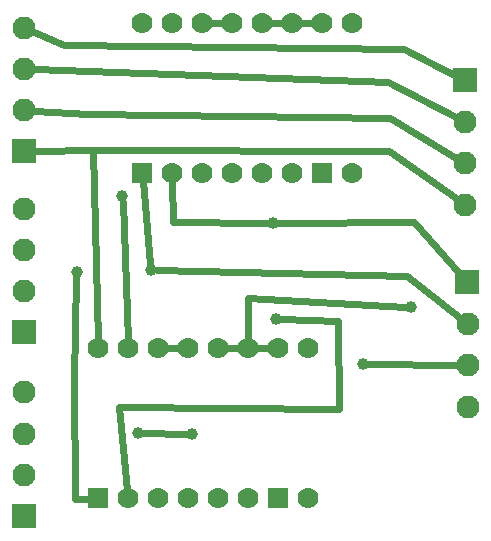
<source format=gtl>
G04 MADE WITH FRITZING*
G04 WWW.FRITZING.ORG*
G04 DOUBLE SIDED*
G04 HOLES PLATED*
G04 CONTOUR ON CENTER OF CONTOUR VECTOR*
%ASAXBY*%
%FSLAX23Y23*%
%MOIN*%
%OFA0B0*%
%SFA1.0B1.0*%
%ADD10C,0.070000*%
%ADD11C,0.076139*%
%ADD12C,0.039370*%
%ADD13R,0.070000X0.070000*%
%ADD14C,0.024000*%
%ADD15R,0.001000X0.001000*%
%LNCOPPER1*%
G90*
G70*
G54D10*
X1411Y1826D03*
X1411Y1326D03*
X1311Y1826D03*
X1311Y1326D03*
X1211Y1826D03*
X1211Y1326D03*
X1111Y1826D03*
X1111Y1326D03*
X1011Y1826D03*
X1011Y1326D03*
X911Y1826D03*
X911Y1326D03*
X811Y1826D03*
X811Y1326D03*
X711Y1826D03*
X711Y1326D03*
X1265Y744D03*
X1265Y244D03*
X1165Y744D03*
X1165Y244D03*
X1065Y744D03*
X1065Y244D03*
X965Y744D03*
X965Y244D03*
X865Y744D03*
X865Y244D03*
X765Y744D03*
X765Y244D03*
X665Y744D03*
X665Y244D03*
X565Y744D03*
X565Y244D03*
G54D11*
X318Y795D03*
X318Y933D03*
X318Y1071D03*
X318Y1208D03*
X318Y795D03*
X318Y933D03*
X318Y1071D03*
X318Y1208D03*
X1789Y1635D03*
X1789Y1497D03*
X1789Y1359D03*
X1789Y1222D03*
X1789Y1635D03*
X1789Y1497D03*
X1789Y1359D03*
X1789Y1222D03*
X1796Y962D03*
X1796Y824D03*
X1796Y686D03*
X1796Y548D03*
X1796Y962D03*
X1796Y824D03*
X1796Y686D03*
X1796Y548D03*
G54D12*
X1446Y691D03*
X877Y457D03*
X696Y459D03*
X1146Y1159D03*
X1156Y842D03*
G54D11*
X317Y1399D03*
X317Y1537D03*
X317Y1675D03*
X317Y1812D03*
X317Y1399D03*
X317Y1537D03*
X317Y1675D03*
X317Y1812D03*
G54D12*
X645Y1249D03*
X741Y1005D03*
X493Y998D03*
X1607Y881D03*
G54D11*
X319Y182D03*
X319Y320D03*
X319Y458D03*
X319Y596D03*
X319Y182D03*
X319Y320D03*
X319Y458D03*
X319Y596D03*
G54D13*
X711Y1326D03*
X1311Y1326D03*
X565Y244D03*
X1165Y244D03*
G54D14*
X1465Y690D02*
X1760Y686D01*
D02*
X715Y459D02*
X858Y457D01*
D02*
X1165Y1159D02*
X1619Y1165D01*
D02*
X1619Y1165D02*
X1772Y989D01*
D02*
X815Y1165D02*
X1127Y1159D01*
D02*
X812Y1300D02*
X815Y1165D01*
D02*
X635Y546D02*
X662Y270D01*
D02*
X1363Y835D02*
X1367Y539D01*
D02*
X1367Y539D02*
X635Y546D01*
D02*
X1175Y842D02*
X1363Y835D01*
D02*
X1537Y1509D02*
X1757Y1378D01*
D02*
X530Y1524D02*
X1537Y1509D01*
D02*
X354Y1535D02*
X530Y1524D01*
D02*
X1530Y1631D02*
X1756Y1514D01*
D02*
X354Y1673D02*
X1530Y1631D01*
D02*
X351Y1798D02*
X452Y1753D01*
D02*
X452Y1753D02*
X1585Y1742D01*
D02*
X1585Y1742D02*
X1757Y1652D01*
D02*
X646Y1230D02*
X664Y770D01*
D02*
X354Y1400D02*
X548Y1405D01*
D02*
X548Y1405D02*
X1533Y1402D01*
D02*
X1533Y1402D02*
X1759Y1243D01*
D02*
X548Y1405D02*
X564Y770D01*
D02*
X839Y744D02*
X791Y744D01*
D02*
X985Y1826D02*
X937Y1826D01*
D02*
X760Y1005D02*
X1593Y983D01*
D02*
X1593Y983D02*
X1767Y846D01*
D02*
X714Y1300D02*
X739Y1024D01*
D02*
X489Y239D02*
X539Y242D01*
D02*
X485Y639D02*
X489Y239D01*
D02*
X492Y979D02*
X485Y639D01*
D02*
X1185Y1826D02*
X1137Y1826D01*
D02*
X1285Y1826D02*
X1237Y1826D01*
D02*
X1091Y744D02*
X1139Y744D01*
D02*
X991Y744D02*
X1039Y744D01*
D02*
X1588Y882D02*
X1063Y909D01*
D02*
X1063Y909D02*
X1065Y770D01*
G54D15*
X1749Y1676D02*
X1827Y1676D01*
X1749Y1675D02*
X1828Y1675D01*
X1749Y1674D02*
X1828Y1674D01*
X1749Y1673D02*
X1828Y1673D01*
X1749Y1672D02*
X1828Y1672D01*
X1749Y1671D02*
X1828Y1671D01*
X1749Y1670D02*
X1828Y1670D01*
X1749Y1669D02*
X1828Y1669D01*
X1749Y1668D02*
X1828Y1668D01*
X1749Y1667D02*
X1828Y1667D01*
X1749Y1666D02*
X1828Y1666D01*
X1749Y1665D02*
X1828Y1665D01*
X1749Y1664D02*
X1828Y1664D01*
X1749Y1663D02*
X1828Y1663D01*
X1749Y1662D02*
X1828Y1662D01*
X1749Y1661D02*
X1828Y1661D01*
X1749Y1660D02*
X1828Y1660D01*
X1749Y1659D02*
X1782Y1659D01*
X1794Y1659D02*
X1828Y1659D01*
X1749Y1658D02*
X1779Y1658D01*
X1797Y1658D02*
X1828Y1658D01*
X1749Y1657D02*
X1777Y1657D01*
X1799Y1657D02*
X1828Y1657D01*
X1749Y1656D02*
X1775Y1656D01*
X1801Y1656D02*
X1828Y1656D01*
X1749Y1655D02*
X1774Y1655D01*
X1803Y1655D02*
X1828Y1655D01*
X1749Y1654D02*
X1772Y1654D01*
X1804Y1654D02*
X1828Y1654D01*
X1749Y1653D02*
X1771Y1653D01*
X1805Y1653D02*
X1828Y1653D01*
X1749Y1652D02*
X1770Y1652D01*
X1806Y1652D02*
X1828Y1652D01*
X1749Y1651D02*
X1769Y1651D01*
X1807Y1651D02*
X1828Y1651D01*
X1749Y1650D02*
X1769Y1650D01*
X1808Y1650D02*
X1828Y1650D01*
X1749Y1649D02*
X1768Y1649D01*
X1808Y1649D02*
X1828Y1649D01*
X1749Y1648D02*
X1767Y1648D01*
X1809Y1648D02*
X1828Y1648D01*
X1749Y1647D02*
X1767Y1647D01*
X1809Y1647D02*
X1828Y1647D01*
X1749Y1646D02*
X1766Y1646D01*
X1810Y1646D02*
X1828Y1646D01*
X1749Y1645D02*
X1766Y1645D01*
X1810Y1645D02*
X1828Y1645D01*
X1749Y1644D02*
X1765Y1644D01*
X1811Y1644D02*
X1828Y1644D01*
X1749Y1643D02*
X1765Y1643D01*
X1811Y1643D02*
X1828Y1643D01*
X1749Y1642D02*
X1765Y1642D01*
X1811Y1642D02*
X1828Y1642D01*
X1749Y1641D02*
X1764Y1641D01*
X1812Y1641D02*
X1828Y1641D01*
X1749Y1640D02*
X1764Y1640D01*
X1812Y1640D02*
X1828Y1640D01*
X1749Y1639D02*
X1764Y1639D01*
X1812Y1639D02*
X1828Y1639D01*
X1749Y1638D02*
X1764Y1638D01*
X1812Y1638D02*
X1828Y1638D01*
X1749Y1637D02*
X1764Y1637D01*
X1812Y1637D02*
X1828Y1637D01*
X1749Y1636D02*
X1764Y1636D01*
X1812Y1636D02*
X1828Y1636D01*
X1749Y1635D02*
X1764Y1635D01*
X1812Y1635D02*
X1828Y1635D01*
X1749Y1634D02*
X1764Y1634D01*
X1812Y1634D02*
X1828Y1634D01*
X1749Y1633D02*
X1764Y1633D01*
X1812Y1633D02*
X1828Y1633D01*
X1749Y1632D02*
X1764Y1632D01*
X1812Y1632D02*
X1828Y1632D01*
X1749Y1631D02*
X1765Y1631D01*
X1812Y1631D02*
X1828Y1631D01*
X1749Y1630D02*
X1765Y1630D01*
X1811Y1630D02*
X1828Y1630D01*
X1749Y1629D02*
X1765Y1629D01*
X1811Y1629D02*
X1828Y1629D01*
X1749Y1628D02*
X1765Y1628D01*
X1811Y1628D02*
X1828Y1628D01*
X1749Y1627D02*
X1766Y1627D01*
X1810Y1627D02*
X1828Y1627D01*
X1749Y1626D02*
X1766Y1626D01*
X1810Y1626D02*
X1828Y1626D01*
X1749Y1625D02*
X1767Y1625D01*
X1809Y1625D02*
X1828Y1625D01*
X1749Y1624D02*
X1767Y1624D01*
X1809Y1624D02*
X1828Y1624D01*
X1749Y1623D02*
X1768Y1623D01*
X1808Y1623D02*
X1828Y1623D01*
X1749Y1622D02*
X1769Y1622D01*
X1807Y1622D02*
X1828Y1622D01*
X1749Y1621D02*
X1770Y1621D01*
X1807Y1621D02*
X1828Y1621D01*
X1749Y1620D02*
X1770Y1620D01*
X1806Y1620D02*
X1828Y1620D01*
X1749Y1619D02*
X1771Y1619D01*
X1805Y1619D02*
X1828Y1619D01*
X1749Y1618D02*
X1772Y1618D01*
X1804Y1618D02*
X1828Y1618D01*
X1749Y1617D02*
X1774Y1617D01*
X1802Y1617D02*
X1828Y1617D01*
X1749Y1616D02*
X1775Y1616D01*
X1801Y1616D02*
X1828Y1616D01*
X1749Y1615D02*
X1777Y1615D01*
X1799Y1615D02*
X1828Y1615D01*
X1749Y1614D02*
X1779Y1614D01*
X1797Y1614D02*
X1828Y1614D01*
X1749Y1613D02*
X1783Y1613D01*
X1794Y1613D02*
X1828Y1613D01*
X1749Y1612D02*
X1828Y1612D01*
X1749Y1611D02*
X1828Y1611D01*
X1749Y1610D02*
X1828Y1610D01*
X1749Y1609D02*
X1828Y1609D01*
X1749Y1608D02*
X1828Y1608D01*
X1749Y1607D02*
X1828Y1607D01*
X1749Y1606D02*
X1828Y1606D01*
X1749Y1605D02*
X1828Y1605D01*
X1749Y1604D02*
X1828Y1604D01*
X1749Y1603D02*
X1828Y1603D01*
X1749Y1602D02*
X1828Y1602D01*
X1749Y1601D02*
X1828Y1601D01*
X1749Y1600D02*
X1828Y1600D01*
X1749Y1599D02*
X1828Y1599D01*
X1749Y1598D02*
X1828Y1598D01*
X1749Y1597D02*
X1828Y1597D01*
X277Y1440D02*
X356Y1440D01*
X277Y1439D02*
X356Y1439D01*
X277Y1438D02*
X356Y1438D01*
X277Y1437D02*
X356Y1437D01*
X277Y1436D02*
X356Y1436D01*
X277Y1435D02*
X356Y1435D01*
X277Y1434D02*
X356Y1434D01*
X277Y1433D02*
X356Y1433D01*
X277Y1432D02*
X356Y1432D01*
X277Y1431D02*
X356Y1431D01*
X277Y1430D02*
X356Y1430D01*
X277Y1429D02*
X356Y1429D01*
X277Y1428D02*
X356Y1428D01*
X277Y1427D02*
X356Y1427D01*
X277Y1426D02*
X356Y1426D01*
X277Y1425D02*
X356Y1425D01*
X277Y1424D02*
X356Y1424D01*
X277Y1423D02*
X310Y1423D01*
X323Y1423D02*
X356Y1423D01*
X277Y1422D02*
X307Y1422D01*
X326Y1422D02*
X356Y1422D01*
X277Y1421D02*
X305Y1421D01*
X328Y1421D02*
X356Y1421D01*
X277Y1420D02*
X303Y1420D01*
X330Y1420D02*
X356Y1420D01*
X277Y1419D02*
X302Y1419D01*
X331Y1419D02*
X356Y1419D01*
X277Y1418D02*
X301Y1418D01*
X332Y1418D02*
X356Y1418D01*
X277Y1417D02*
X299Y1417D01*
X333Y1417D02*
X356Y1417D01*
X277Y1416D02*
X299Y1416D01*
X334Y1416D02*
X356Y1416D01*
X277Y1415D02*
X298Y1415D01*
X335Y1415D02*
X356Y1415D01*
X277Y1414D02*
X297Y1414D01*
X336Y1414D02*
X356Y1414D01*
X277Y1413D02*
X296Y1413D01*
X337Y1413D02*
X356Y1413D01*
X277Y1412D02*
X296Y1412D01*
X337Y1412D02*
X356Y1412D01*
X277Y1411D02*
X295Y1411D01*
X338Y1411D02*
X356Y1411D01*
X277Y1410D02*
X295Y1410D01*
X338Y1410D02*
X356Y1410D01*
X277Y1409D02*
X294Y1409D01*
X339Y1409D02*
X356Y1409D01*
X277Y1408D02*
X294Y1408D01*
X339Y1408D02*
X356Y1408D01*
X277Y1407D02*
X293Y1407D01*
X339Y1407D02*
X356Y1407D01*
X277Y1406D02*
X293Y1406D01*
X340Y1406D02*
X356Y1406D01*
X277Y1405D02*
X293Y1405D01*
X340Y1405D02*
X356Y1405D01*
X277Y1404D02*
X293Y1404D01*
X340Y1404D02*
X356Y1404D01*
X277Y1403D02*
X293Y1403D01*
X340Y1403D02*
X356Y1403D01*
X277Y1402D02*
X292Y1402D01*
X340Y1402D02*
X356Y1402D01*
X277Y1401D02*
X292Y1401D01*
X341Y1401D02*
X356Y1401D01*
X277Y1400D02*
X292Y1400D01*
X341Y1400D02*
X356Y1400D01*
X277Y1399D02*
X292Y1399D01*
X340Y1399D02*
X356Y1399D01*
X277Y1398D02*
X292Y1398D01*
X340Y1398D02*
X356Y1398D01*
X277Y1397D02*
X293Y1397D01*
X340Y1397D02*
X356Y1397D01*
X277Y1396D02*
X293Y1396D01*
X340Y1396D02*
X356Y1396D01*
X277Y1395D02*
X293Y1395D01*
X340Y1395D02*
X356Y1395D01*
X277Y1394D02*
X293Y1394D01*
X340Y1394D02*
X356Y1394D01*
X277Y1393D02*
X294Y1393D01*
X339Y1393D02*
X356Y1393D01*
X277Y1392D02*
X294Y1392D01*
X339Y1392D02*
X356Y1392D01*
X277Y1391D02*
X294Y1391D01*
X339Y1391D02*
X356Y1391D01*
X277Y1390D02*
X295Y1390D01*
X338Y1390D02*
X356Y1390D01*
X277Y1389D02*
X295Y1389D01*
X338Y1389D02*
X356Y1389D01*
X277Y1388D02*
X296Y1388D01*
X337Y1388D02*
X356Y1388D01*
X277Y1387D02*
X296Y1387D01*
X336Y1387D02*
X356Y1387D01*
X277Y1386D02*
X297Y1386D01*
X336Y1386D02*
X356Y1386D01*
X277Y1385D02*
X298Y1385D01*
X335Y1385D02*
X356Y1385D01*
X277Y1384D02*
X299Y1384D01*
X334Y1384D02*
X356Y1384D01*
X277Y1383D02*
X300Y1383D01*
X333Y1383D02*
X356Y1383D01*
X277Y1382D02*
X301Y1382D01*
X332Y1382D02*
X356Y1382D01*
X277Y1381D02*
X302Y1381D01*
X331Y1381D02*
X356Y1381D01*
X277Y1380D02*
X304Y1380D01*
X329Y1380D02*
X356Y1380D01*
X277Y1379D02*
X306Y1379D01*
X327Y1379D02*
X356Y1379D01*
X277Y1378D02*
X308Y1378D01*
X325Y1378D02*
X356Y1378D01*
X277Y1377D02*
X311Y1377D01*
X321Y1377D02*
X356Y1377D01*
X277Y1376D02*
X356Y1376D01*
X277Y1375D02*
X356Y1375D01*
X277Y1374D02*
X356Y1374D01*
X277Y1373D02*
X356Y1373D01*
X277Y1372D02*
X356Y1372D01*
X277Y1371D02*
X356Y1371D01*
X277Y1370D02*
X356Y1370D01*
X277Y1369D02*
X356Y1369D01*
X277Y1368D02*
X356Y1368D01*
X277Y1367D02*
X356Y1367D01*
X277Y1366D02*
X356Y1366D01*
X277Y1365D02*
X356Y1365D01*
X277Y1364D02*
X356Y1364D01*
X277Y1363D02*
X356Y1363D01*
X277Y1362D02*
X356Y1362D01*
X277Y1361D02*
X356Y1361D01*
X1756Y1002D02*
X1835Y1002D01*
X1756Y1001D02*
X1835Y1001D01*
X1756Y1000D02*
X1835Y1000D01*
X1756Y999D02*
X1835Y999D01*
X1756Y998D02*
X1835Y998D01*
X1756Y997D02*
X1835Y997D01*
X1756Y996D02*
X1835Y996D01*
X1756Y995D02*
X1835Y995D01*
X1756Y994D02*
X1835Y994D01*
X1756Y993D02*
X1835Y993D01*
X1756Y992D02*
X1835Y992D01*
X1756Y991D02*
X1835Y991D01*
X1756Y990D02*
X1835Y990D01*
X1756Y989D02*
X1835Y989D01*
X1756Y988D02*
X1835Y988D01*
X1756Y987D02*
X1835Y987D01*
X1756Y986D02*
X1790Y986D01*
X1800Y986D02*
X1835Y986D01*
X1756Y985D02*
X1787Y985D01*
X1804Y985D02*
X1835Y985D01*
X1756Y984D02*
X1784Y984D01*
X1806Y984D02*
X1835Y984D01*
X1756Y983D02*
X1783Y983D01*
X1808Y983D02*
X1835Y983D01*
X1756Y982D02*
X1781Y982D01*
X1809Y982D02*
X1835Y982D01*
X1756Y981D02*
X1780Y981D01*
X1811Y981D02*
X1835Y981D01*
X1756Y980D02*
X1779Y980D01*
X1812Y980D02*
X1835Y980D01*
X1756Y979D02*
X1778Y979D01*
X1813Y979D02*
X1835Y979D01*
X1756Y978D02*
X1777Y978D01*
X1814Y978D02*
X1835Y978D01*
X1756Y977D02*
X1776Y977D01*
X1815Y977D02*
X1835Y977D01*
X1756Y976D02*
X1775Y976D01*
X1815Y976D02*
X1835Y976D01*
X1756Y975D02*
X1775Y975D01*
X1816Y975D02*
X1835Y975D01*
X1756Y974D02*
X1774Y974D01*
X1816Y974D02*
X1835Y974D01*
X1756Y973D02*
X1773Y973D01*
X1817Y973D02*
X1835Y973D01*
X1756Y972D02*
X1773Y972D01*
X1817Y972D02*
X1835Y972D01*
X1756Y971D02*
X1773Y971D01*
X1818Y971D02*
X1835Y971D01*
X1756Y970D02*
X1772Y970D01*
X1818Y970D02*
X1835Y970D01*
X1756Y969D02*
X1772Y969D01*
X1818Y969D02*
X1835Y969D01*
X1756Y968D02*
X1772Y968D01*
X1819Y968D02*
X1835Y968D01*
X1756Y967D02*
X1772Y967D01*
X1819Y967D02*
X1835Y967D01*
X1756Y966D02*
X1771Y966D01*
X1819Y966D02*
X1835Y966D01*
X1756Y965D02*
X1771Y965D01*
X1819Y965D02*
X1835Y965D01*
X1756Y964D02*
X1771Y964D01*
X1819Y964D02*
X1835Y964D01*
X1756Y963D02*
X1771Y963D01*
X1819Y963D02*
X1835Y963D01*
X1756Y962D02*
X1771Y962D01*
X1819Y962D02*
X1835Y962D01*
X1756Y961D02*
X1771Y961D01*
X1819Y961D02*
X1835Y961D01*
X1756Y960D02*
X1771Y960D01*
X1819Y960D02*
X1835Y960D01*
X1756Y959D02*
X1771Y959D01*
X1819Y959D02*
X1835Y959D01*
X1756Y958D02*
X1772Y958D01*
X1819Y958D02*
X1835Y958D01*
X1756Y957D02*
X1772Y957D01*
X1819Y957D02*
X1835Y957D01*
X1756Y956D02*
X1772Y956D01*
X1818Y956D02*
X1835Y956D01*
X1756Y955D02*
X1773Y955D01*
X1818Y955D02*
X1835Y955D01*
X1756Y954D02*
X1773Y954D01*
X1818Y954D02*
X1835Y954D01*
X1756Y953D02*
X1773Y953D01*
X1817Y953D02*
X1835Y953D01*
X1756Y952D02*
X1774Y952D01*
X1817Y952D02*
X1835Y952D01*
X1756Y951D02*
X1774Y951D01*
X1816Y951D02*
X1835Y951D01*
X1756Y950D02*
X1775Y950D01*
X1815Y950D02*
X1835Y950D01*
X1756Y949D02*
X1776Y949D01*
X1815Y949D02*
X1835Y949D01*
X1756Y948D02*
X1777Y948D01*
X1814Y948D02*
X1835Y948D01*
X1756Y947D02*
X1777Y947D01*
X1813Y947D02*
X1835Y947D01*
X1756Y946D02*
X1778Y946D01*
X1812Y946D02*
X1835Y946D01*
X1756Y945D02*
X1779Y945D01*
X1811Y945D02*
X1835Y945D01*
X1756Y944D02*
X1781Y944D01*
X1810Y944D02*
X1835Y944D01*
X1756Y943D02*
X1782Y943D01*
X1808Y943D02*
X1835Y943D01*
X1756Y942D02*
X1784Y942D01*
X1807Y942D02*
X1835Y942D01*
X1756Y941D02*
X1786Y941D01*
X1805Y941D02*
X1835Y941D01*
X1756Y940D02*
X1789Y940D01*
X1801Y940D02*
X1835Y940D01*
X1756Y939D02*
X1835Y939D01*
X1756Y938D02*
X1835Y938D01*
X1756Y937D02*
X1835Y937D01*
X1756Y936D02*
X1835Y936D01*
X1756Y935D02*
X1835Y935D01*
X1756Y934D02*
X1835Y934D01*
X1756Y933D02*
X1835Y933D01*
X1756Y932D02*
X1835Y932D01*
X1756Y931D02*
X1835Y931D01*
X1756Y930D02*
X1835Y930D01*
X1756Y929D02*
X1835Y929D01*
X1756Y928D02*
X1835Y928D01*
X1756Y927D02*
X1835Y927D01*
X1756Y926D02*
X1835Y926D01*
X1756Y925D02*
X1835Y925D01*
X1756Y924D02*
X1835Y924D01*
X1756Y923D02*
X1834Y923D01*
X278Y836D02*
X357Y836D01*
X278Y835D02*
X357Y835D01*
X278Y834D02*
X357Y834D01*
X278Y833D02*
X357Y833D01*
X278Y832D02*
X357Y832D01*
X278Y831D02*
X357Y831D01*
X278Y830D02*
X357Y830D01*
X278Y829D02*
X357Y829D01*
X278Y828D02*
X357Y828D01*
X278Y827D02*
X357Y827D01*
X278Y826D02*
X357Y826D01*
X278Y825D02*
X357Y825D01*
X278Y824D02*
X357Y824D01*
X278Y823D02*
X357Y823D01*
X278Y822D02*
X357Y822D01*
X278Y821D02*
X357Y821D01*
X278Y820D02*
X357Y820D01*
X278Y819D02*
X311Y819D01*
X325Y819D02*
X357Y819D01*
X278Y818D02*
X308Y818D01*
X328Y818D02*
X357Y818D01*
X278Y817D02*
X306Y817D01*
X329Y817D02*
X357Y817D01*
X278Y816D02*
X304Y816D01*
X331Y816D02*
X357Y816D01*
X278Y815D02*
X303Y815D01*
X332Y815D02*
X357Y815D01*
X278Y814D02*
X301Y814D01*
X334Y814D02*
X357Y814D01*
X278Y813D02*
X300Y813D01*
X335Y813D02*
X357Y813D01*
X278Y812D02*
X299Y812D01*
X336Y812D02*
X357Y812D01*
X278Y811D02*
X299Y811D01*
X336Y811D02*
X357Y811D01*
X278Y810D02*
X298Y810D01*
X337Y810D02*
X357Y810D01*
X278Y809D02*
X297Y809D01*
X338Y809D02*
X357Y809D01*
X278Y808D02*
X297Y808D01*
X339Y808D02*
X357Y808D01*
X278Y807D02*
X296Y807D01*
X339Y807D02*
X357Y807D01*
X278Y806D02*
X296Y806D01*
X340Y806D02*
X357Y806D01*
X278Y805D02*
X295Y805D01*
X340Y805D02*
X357Y805D01*
X278Y804D02*
X295Y804D01*
X340Y804D02*
X357Y804D01*
X278Y803D02*
X295Y803D01*
X341Y803D02*
X357Y803D01*
X278Y802D02*
X294Y802D01*
X341Y802D02*
X357Y802D01*
X278Y801D02*
X294Y801D01*
X341Y801D02*
X357Y801D01*
X278Y800D02*
X294Y800D01*
X341Y800D02*
X357Y800D01*
X278Y799D02*
X294Y799D01*
X342Y799D02*
X357Y799D01*
X278Y798D02*
X294Y798D01*
X342Y798D02*
X357Y798D01*
X278Y797D02*
X293Y797D01*
X342Y797D02*
X357Y797D01*
X278Y796D02*
X293Y796D01*
X342Y796D02*
X357Y796D01*
X278Y795D02*
X294Y795D01*
X342Y795D02*
X357Y795D01*
X278Y794D02*
X294Y794D01*
X342Y794D02*
X357Y794D01*
X278Y793D02*
X294Y793D01*
X341Y793D02*
X357Y793D01*
X278Y792D02*
X294Y792D01*
X341Y792D02*
X357Y792D01*
X278Y791D02*
X294Y791D01*
X341Y791D02*
X357Y791D01*
X278Y790D02*
X294Y790D01*
X341Y790D02*
X357Y790D01*
X278Y789D02*
X295Y789D01*
X340Y789D02*
X357Y789D01*
X278Y788D02*
X295Y788D01*
X340Y788D02*
X357Y788D01*
X278Y787D02*
X295Y787D01*
X340Y787D02*
X357Y787D01*
X278Y786D02*
X296Y786D01*
X339Y786D02*
X357Y786D01*
X278Y785D02*
X297Y785D01*
X339Y785D02*
X357Y785D01*
X278Y784D02*
X297Y784D01*
X338Y784D02*
X357Y784D01*
X278Y783D02*
X298Y783D01*
X337Y783D02*
X357Y783D01*
X278Y782D02*
X298Y782D01*
X337Y782D02*
X357Y782D01*
X278Y781D02*
X299Y781D01*
X336Y781D02*
X357Y781D01*
X278Y780D02*
X300Y780D01*
X335Y780D02*
X357Y780D01*
X278Y779D02*
X301Y779D01*
X334Y779D02*
X357Y779D01*
X278Y778D02*
X302Y778D01*
X333Y778D02*
X357Y778D01*
X278Y777D02*
X304Y777D01*
X331Y777D02*
X357Y777D01*
X278Y776D02*
X305Y776D01*
X330Y776D02*
X357Y776D01*
X278Y775D02*
X307Y775D01*
X328Y775D02*
X357Y775D01*
X278Y774D02*
X310Y774D01*
X325Y774D02*
X357Y774D01*
X278Y773D02*
X314Y773D01*
X321Y773D02*
X357Y773D01*
X278Y772D02*
X357Y772D01*
X278Y771D02*
X357Y771D01*
X278Y770D02*
X357Y770D01*
X278Y769D02*
X357Y769D01*
X278Y768D02*
X357Y768D01*
X278Y767D02*
X357Y767D01*
X278Y766D02*
X357Y766D01*
X278Y765D02*
X357Y765D01*
X278Y764D02*
X357Y764D01*
X278Y763D02*
X357Y763D01*
X278Y762D02*
X357Y762D01*
X278Y761D02*
X357Y761D01*
X278Y760D02*
X357Y760D01*
X278Y759D02*
X357Y759D01*
X278Y758D02*
X357Y758D01*
X278Y757D02*
X357Y757D01*
X279Y223D02*
X358Y223D01*
X279Y222D02*
X358Y222D01*
X279Y221D02*
X358Y221D01*
X279Y220D02*
X358Y220D01*
X279Y219D02*
X358Y219D01*
X279Y218D02*
X358Y218D01*
X279Y217D02*
X358Y217D01*
X279Y216D02*
X358Y216D01*
X279Y215D02*
X358Y215D01*
X279Y214D02*
X358Y214D01*
X279Y213D02*
X358Y213D01*
X279Y212D02*
X358Y212D01*
X279Y211D02*
X358Y211D01*
X279Y210D02*
X358Y210D01*
X279Y209D02*
X358Y209D01*
X279Y208D02*
X358Y208D01*
X279Y207D02*
X313Y207D01*
X323Y207D02*
X358Y207D01*
X279Y206D02*
X310Y206D01*
X327Y206D02*
X358Y206D01*
X279Y205D02*
X308Y205D01*
X329Y205D02*
X358Y205D01*
X279Y204D02*
X306Y204D01*
X331Y204D02*
X358Y204D01*
X279Y203D02*
X304Y203D01*
X332Y203D02*
X358Y203D01*
X279Y202D02*
X303Y202D01*
X334Y202D02*
X358Y202D01*
X279Y201D02*
X302Y201D01*
X335Y201D02*
X358Y201D01*
X279Y200D02*
X301Y200D01*
X336Y200D02*
X358Y200D01*
X279Y199D02*
X300Y199D01*
X337Y199D02*
X358Y199D01*
X279Y198D02*
X299Y198D01*
X338Y198D02*
X358Y198D01*
X279Y197D02*
X298Y197D01*
X338Y197D02*
X358Y197D01*
X279Y196D02*
X298Y196D01*
X339Y196D02*
X358Y196D01*
X279Y195D02*
X297Y195D01*
X339Y195D02*
X358Y195D01*
X279Y194D02*
X297Y194D01*
X340Y194D02*
X358Y194D01*
X279Y193D02*
X296Y193D01*
X341Y193D02*
X358Y193D01*
X279Y192D02*
X296Y192D01*
X341Y192D02*
X358Y192D01*
X279Y191D02*
X295Y191D01*
X341Y191D02*
X358Y191D01*
X279Y190D02*
X295Y190D01*
X341Y190D02*
X358Y190D01*
X279Y189D02*
X295Y189D01*
X342Y189D02*
X358Y189D01*
X279Y188D02*
X295Y188D01*
X342Y188D02*
X358Y188D01*
X279Y187D02*
X294Y187D01*
X342Y187D02*
X358Y187D01*
X279Y186D02*
X294Y186D01*
X342Y186D02*
X358Y186D01*
X279Y185D02*
X294Y185D01*
X342Y185D02*
X358Y185D01*
X279Y184D02*
X294Y184D01*
X342Y184D02*
X358Y184D01*
X279Y183D02*
X294Y183D01*
X342Y183D02*
X358Y183D01*
X279Y182D02*
X294Y182D01*
X342Y182D02*
X358Y182D01*
X279Y181D02*
X294Y181D01*
X342Y181D02*
X358Y181D01*
X279Y180D02*
X295Y180D01*
X342Y180D02*
X358Y180D01*
X279Y179D02*
X295Y179D01*
X342Y179D02*
X358Y179D01*
X279Y178D02*
X295Y178D01*
X342Y178D02*
X358Y178D01*
X279Y177D02*
X295Y177D01*
X341Y177D02*
X358Y177D01*
X279Y176D02*
X296Y176D01*
X341Y176D02*
X358Y176D01*
X279Y175D02*
X296Y175D01*
X341Y175D02*
X358Y175D01*
X279Y174D02*
X296Y174D01*
X340Y174D02*
X358Y174D01*
X279Y173D02*
X297Y173D01*
X340Y173D02*
X358Y173D01*
X279Y172D02*
X297Y172D01*
X339Y172D02*
X358Y172D01*
X279Y171D02*
X298Y171D01*
X339Y171D02*
X358Y171D01*
X279Y170D02*
X299Y170D01*
X338Y170D02*
X358Y170D01*
X279Y169D02*
X300Y169D01*
X337Y169D02*
X358Y169D01*
X279Y168D02*
X300Y168D01*
X336Y168D02*
X358Y168D01*
X279Y167D02*
X301Y167D01*
X335Y167D02*
X358Y167D01*
X279Y166D02*
X302Y166D01*
X334Y166D02*
X358Y166D01*
X279Y165D02*
X304Y165D01*
X333Y165D02*
X358Y165D01*
X279Y164D02*
X305Y164D01*
X332Y164D02*
X358Y164D01*
X279Y163D02*
X307Y163D01*
X330Y163D02*
X358Y163D01*
X279Y162D02*
X309Y162D01*
X328Y162D02*
X358Y162D01*
X279Y161D02*
X312Y161D01*
X325Y161D02*
X358Y161D01*
X279Y160D02*
X358Y160D01*
X279Y159D02*
X358Y159D01*
X279Y158D02*
X358Y158D01*
X279Y157D02*
X358Y157D01*
X279Y156D02*
X358Y156D01*
X279Y155D02*
X358Y155D01*
X279Y154D02*
X358Y154D01*
X279Y153D02*
X358Y153D01*
X279Y152D02*
X358Y152D01*
X279Y151D02*
X358Y151D01*
X279Y150D02*
X358Y150D01*
X279Y149D02*
X358Y149D01*
X279Y148D02*
X358Y148D01*
X279Y147D02*
X358Y147D01*
X279Y146D02*
X358Y146D01*
X279Y145D02*
X358Y145D01*
X279Y144D02*
X358Y144D01*
D02*
G04 End of Copper1*
M02*
</source>
